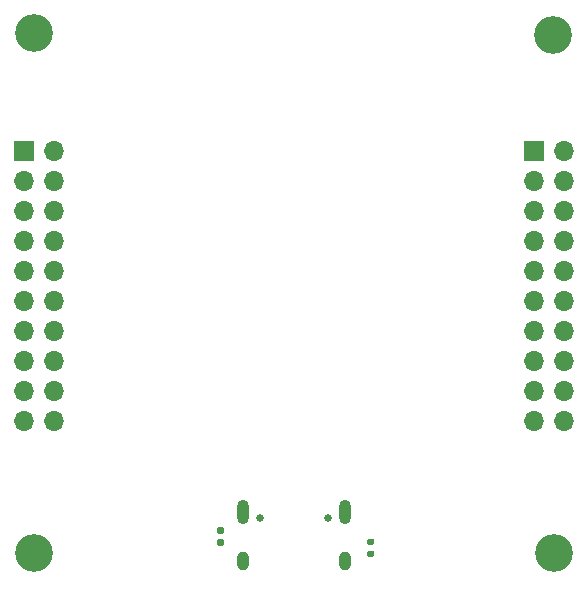
<source format=gbr>
%TF.GenerationSoftware,KiCad,Pcbnew,(5.1.12-1-10_14)*%
%TF.CreationDate,2021-12-26T14:39:33+08:00*%
%TF.ProjectId,esp32-c1_devboard,65737033-322d-4633-915f-646576626f61,rev?*%
%TF.SameCoordinates,Original*%
%TF.FileFunction,Soldermask,Bot*%
%TF.FilePolarity,Negative*%
%FSLAX46Y46*%
G04 Gerber Fmt 4.6, Leading zero omitted, Abs format (unit mm)*
G04 Created by KiCad (PCBNEW (5.1.12-1-10_14)) date 2021-12-26 14:39:33*
%MOMM*%
%LPD*%
G01*
G04 APERTURE LIST*
%ADD10O,1.700000X1.700000*%
%ADD11R,1.700000X1.700000*%
%ADD12C,3.200000*%
%ADD13O,1.000000X2.100000*%
%ADD14C,0.650000*%
%ADD15O,1.000000X1.600000*%
G04 APERTURE END LIST*
D10*
%TO.C,J3*%
X147860000Y-85860000D03*
X145320000Y-85860000D03*
X147860000Y-83320000D03*
X145320000Y-83320000D03*
X147860000Y-80780000D03*
X145320000Y-80780000D03*
X147860000Y-78240000D03*
X145320000Y-78240000D03*
X147860000Y-75700000D03*
X145320000Y-75700000D03*
X147860000Y-73160000D03*
X145320000Y-73160000D03*
X147860000Y-70620000D03*
X145320000Y-70620000D03*
X147860000Y-68080000D03*
X145320000Y-68080000D03*
X147860000Y-65540000D03*
X145320000Y-65540000D03*
X147860000Y-63000000D03*
D11*
X145320000Y-63000000D03*
%TD*%
D10*
%TO.C,J2*%
X104680000Y-85860000D03*
X102140000Y-85860000D03*
X104680000Y-83320000D03*
X102140000Y-83320000D03*
X104680000Y-80780000D03*
X102140000Y-80780000D03*
X104680000Y-78240000D03*
X102140000Y-78240000D03*
X104680000Y-75700000D03*
X102140000Y-75700000D03*
X104680000Y-73160000D03*
X102140000Y-73160000D03*
X104680000Y-70620000D03*
X102140000Y-70620000D03*
X104680000Y-68080000D03*
X102140000Y-68080000D03*
X104680000Y-65540000D03*
X102140000Y-65540000D03*
X104680000Y-63000000D03*
D11*
X102140000Y-63000000D03*
%TD*%
D12*
%TO.C,H4*%
X147000000Y-97000000D03*
%TD*%
%TO.C,H3*%
X146960000Y-53170000D03*
%TD*%
%TO.C,H2*%
X103000000Y-97000000D03*
%TD*%
%TO.C,H1*%
X103000000Y-53000000D03*
%TD*%
%TO.C,R2*%
G36*
G01*
X131305000Y-96810000D02*
X131675000Y-96810000D01*
G75*
G02*
X131810000Y-96945000I0J-135000D01*
G01*
X131810000Y-97215000D01*
G75*
G02*
X131675000Y-97350000I-135000J0D01*
G01*
X131305000Y-97350000D01*
G75*
G02*
X131170000Y-97215000I0J135000D01*
G01*
X131170000Y-96945000D01*
G75*
G02*
X131305000Y-96810000I135000J0D01*
G01*
G37*
G36*
G01*
X131305000Y-95790000D02*
X131675000Y-95790000D01*
G75*
G02*
X131810000Y-95925000I0J-135000D01*
G01*
X131810000Y-96195000D01*
G75*
G02*
X131675000Y-96330000I-135000J0D01*
G01*
X131305000Y-96330000D01*
G75*
G02*
X131170000Y-96195000I0J135000D01*
G01*
X131170000Y-95925000D01*
G75*
G02*
X131305000Y-95790000I135000J0D01*
G01*
G37*
%TD*%
%TO.C,R1*%
G36*
G01*
X118585000Y-95840000D02*
X118955000Y-95840000D01*
G75*
G02*
X119090000Y-95975000I0J-135000D01*
G01*
X119090000Y-96245000D01*
G75*
G02*
X118955000Y-96380000I-135000J0D01*
G01*
X118585000Y-96380000D01*
G75*
G02*
X118450000Y-96245000I0J135000D01*
G01*
X118450000Y-95975000D01*
G75*
G02*
X118585000Y-95840000I135000J0D01*
G01*
G37*
G36*
G01*
X118585000Y-94820000D02*
X118955000Y-94820000D01*
G75*
G02*
X119090000Y-94955000I0J-135000D01*
G01*
X119090000Y-95225000D01*
G75*
G02*
X118955000Y-95360000I-135000J0D01*
G01*
X118585000Y-95360000D01*
G75*
G02*
X118450000Y-95225000I0J135000D01*
G01*
X118450000Y-94955000D01*
G75*
G02*
X118585000Y-94820000I135000J0D01*
G01*
G37*
%TD*%
D13*
%TO.C,J1*%
X129320000Y-93540000D03*
X120680000Y-93540000D03*
D14*
X122110000Y-94070000D03*
D15*
X120680000Y-97720000D03*
D14*
X127890000Y-94070000D03*
D15*
X129320000Y-97720000D03*
%TD*%
M02*

</source>
